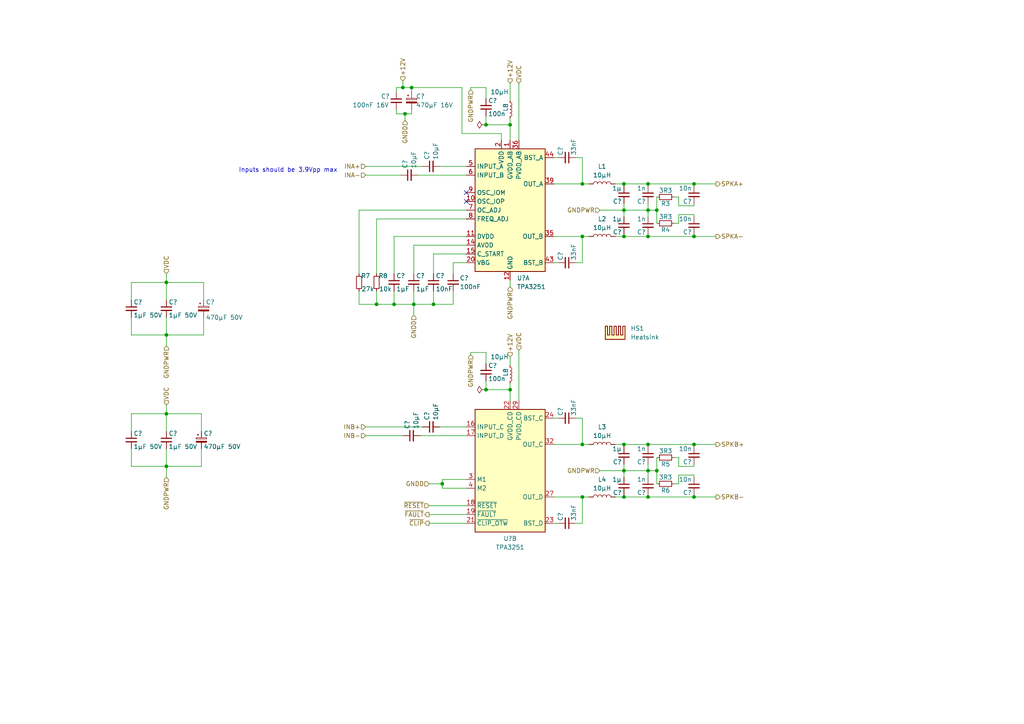
<source format=kicad_sch>
(kicad_sch (version 20230121) (generator eeschema)
  (paper "A4")
  (lib_symbols
    (symbol "Amplifier_Audio:TPA3251"
      (property "Reference" "U" (at -8.89 19.05 0))
      (property "Value" "TPA3251" (at 3.81 19.05 0))
      (symbol "TPA3251_0_1"
        (rectangle (start -10.16 -17.78) (end 10.16 17.78) (stroke (width 0.254)) (fill (type background)))
      )
      (symbol "TPA3251_1_1"
        (pin power_in line (at 0 20.32 270) (length 2.54) (name "GVDD_AB") (number "1"))
        (pin bidirectional line (at -12.7 2.54 0) (length 2.54) (name "OSC_IOP") (number "10"))
        (pin passive line (at -12.7 -7.62 0) (length 2.54) (name "DVDD") (number "11"))
        (pin power_in line (at 0 -20.32 90) (length 2.54) (name "GND") (number "12"))
        (pin passive line (at 0 -20.32 90) (length 2.54) hide (name "GND") (number "13"))
        (pin passive line (at -12.7 -10.16 0) (length 2.54) (name "AVDD") (number "14"))
        (pin passive line (at -12.7 -12.7 0) (length 2.54) (name "C_START") (number "15"))
        (pin power_in line (at -2.54 20.32 270) (length 2.54) (name "VDD") (number "2"))
        (pin passive line (at -12.7 -15.24 0) (length 2.54) (name "VBG") (number "20"))
        (pin passive line (at 0 -20.32 90) (length 2.54) hide (name "GND") (number "25"))
        (pin passive line (at 0 -20.32 90) (length 2.54) hide (name "GND") (number "26"))
        (pin passive line (at 0 -20.32 90) (length 2.54) hide (name "GND") (number "33"))
        (pin passive line (at 0 -20.32 90) (length 2.54) hide (name "GND") (number "34"))
        (pin output line (at 12.7 -7.62 180) (length 2.54) (name "OUT_B") (number "35"))
        (pin power_in line (at 2.54 20.32 270) (length 2.54) (name "PVDD_AB") (number "36"))
        (pin passive line (at 2.54 20.32 270) (length 2.54) hide (name "PVDD_AB") (number "37"))
        (pin passive line (at 2.54 20.32 270) (length 2.54) hide (name "PVDD_AB") (number "38"))
        (pin output line (at 12.7 7.62 180) (length 2.54) (name "OUT_A") (number "39"))
        (pin passive line (at 12.7 7.62 180) (length 2.54) hide (name "OUT_A") (number "40"))
        (pin passive line (at 0 -20.32 90) (length 2.54) hide (name "GND") (number "41"))
        (pin passive line (at 0 -20.32 90) (length 2.54) hide (name "GND") (number "42"))
        (pin passive line (at 12.7 -15.24 180) (length 2.54) (name "BST_B") (number "43"))
        (pin passive line (at 12.7 15.24 180) (length 2.54) (name "BST_A") (number "44"))
        (pin input line (at -12.7 12.7 0) (length 2.54) (name "INPUT_A") (number "5"))
        (pin input line (at -12.7 10.16 0) (length 2.54) (name "INPUT_B") (number "6"))
        (pin passive line (at -12.7 0 0) (length 2.54) (name "OC_ADJ") (number "7"))
        (pin passive line (at -12.7 -2.54 0) (length 2.54) (name "FREQ_ADJ") (number "8"))
        (pin bidirectional line (at -12.7 5.08 0) (length 2.54) (name "OSC_IOM") (number "9"))
      )
      (symbol "TPA3251_2_1"
        (pin input line (at -12.7 12.7 0) (length 2.54) (name "INPUT_C") (number "16"))
        (pin input line (at -12.7 10.16 0) (length 2.54) (name "INPUT_D") (number "17"))
        (pin input line (at -12.7 -10.16 0) (length 2.54) (name "~{RESET}") (number "18"))
        (pin open_collector line (at -12.7 -12.7 0) (length 2.54) (name "~{FAULT}") (number "19"))
        (pin open_collector line (at -12.7 -15.24 0) (length 2.54) (name "~{CLIP_OTW}") (number "21"))
        (pin power_in line (at 0 20.32 270) (length 2.54) (name "GVDD_CD") (number "22"))
        (pin passive line (at 12.7 -15.24 180) (length 2.54) (name "BST_D") (number "23"))
        (pin passive line (at 12.7 15.24 180) (length 2.54) (name "BST_C") (number "24"))
        (pin output line (at 12.7 -7.62 180) (length 2.54) (name "OUT_D") (number "27"))
        (pin passive line (at 12.7 -7.62 180) (length 2.54) hide (name "OUT_D") (number "28"))
        (pin power_in line (at 2.54 20.32 270) (length 2.54) (name "PVDD_CD") (number "29"))
        (pin input line (at -12.7 -2.54 0) (length 2.54) (name "M1") (number "3"))
        (pin passive line (at 2.54 20.32 270) (length 2.54) hide (name "PVDD_CD") (number "30"))
        (pin passive line (at 2.54 20.32 270) (length 2.54) hide (name "PVDD_CD") (number "31"))
        (pin output line (at 12.7 7.62 180) (length 2.54) (name "OUT_C") (number "32"))
        (pin input line (at -12.7 -5.08 0) (length 2.54) (name "M2") (number "4"))
      )
    )
    (symbol "Device:C_Polarized_Small" (pin_numbers hide) (pin_names (offset 0.254) hide)
      (property "Reference" "C" (at 0.254 1.778 0))
      (property "Value" "C_Polarized_Small" (at 0.254 -2.032 0))
      (symbol "C_Polarized_Small_0_1"
        (rectangle (start -1.524 -0.3048) (end 1.524 -0.6858) (fill (type outline)))
        (rectangle (start -1.524 0.6858) (end 1.524 0.3048))
        (polyline (pts (xy -1.27 1.524) (xy -0.762 1.524)))
        (polyline (pts (xy -1.016 1.27) (xy -1.016 1.778)))
      )
      (symbol "C_Polarized_Small_1_1"
        (pin passive line (at 0 2.54 270) (length 1.8542) (name "~") (number "1"))
        (pin passive line (at 0 -2.54 90) (length 1.8542) (name "~") (number "2"))
      )
    )
    (symbol "Device:C_Small" (pin_numbers hide) (pin_names (offset 0.254) hide)
      (property "Reference" "C" (at 0.254 1.778 0))
      (property "Value" "C_Small" (at 0.254 -2.032 0))
      (symbol "C_Small_0_1"
        (polyline (pts (xy -1.524 -0.508) (xy 1.524 -0.508)) (stroke (width 0.3302)))
        (polyline (pts (xy -1.524 0.508) (xy 1.524 0.508)) (stroke (width 0.3048)))
      )
      (symbol "C_Small_1_1"
        (pin passive line (at 0 2.54 270) (length 2.032) (name "~") (number "1"))
        (pin passive line (at 0 -2.54 90) (length 2.032) (name "~") (number "2"))
      )
    )
    (symbol "Device:L" (pin_numbers hide) (pin_names (offset 1.016) hide)
      (property "Reference" "L" (at -1.27 0 90))
      (property "Value" "L" (at 1.905 0 90))
      (symbol "L_0_1"
        (arc (start 0 -2.54) (mid 0.6323 -1.905) (end 0 -1.27))
        (arc (start 0 -1.27) (mid 0.6323 -0.635) (end 0 0))
        (arc (start 0 0) (mid 0.6323 0.635) (end 0 1.27))
        (arc (start 0 1.27) (mid 0.6323 1.905) (end 0 2.54))
      )
      (symbol "L_1_1"
        (pin passive line (at 0 3.81 270) (length 1.27) (name "1") (number "1"))
        (pin passive line (at 0 -3.81 90) (length 1.27) (name "2") (number "2"))
      )
    )
    (symbol "Device:L_Small" (pin_numbers hide) (pin_names (offset 0.254) hide)
      (property "Reference" "L" (at 0.762 1.016 0))
      (property "Value" "L_Small" (at 0.762 -1.016 0))
      (symbol "L_Small_0_1"
        (arc (start 0 -2.032) (mid 0.5058 -1.524) (end 0 -1.016))
        (arc (start 0 -1.016) (mid 0.5058 -0.508) (end 0 0))
        (arc (start 0 0) (mid 0.5058 0.508) (end 0 1.016))
        (arc (start 0 1.016) (mid 0.5058 1.524) (end 0 2.032))
      )
      (symbol "L_Small_1_1"
        (pin passive line (at 0 2.54 270) (length 0.508) (name "~") (number "1"))
        (pin passive line (at 0 -2.54 90) (length 0.508) (name "~") (number "2"))
      )
    )
    (symbol "Device:R_Small" (pin_numbers hide) (pin_names (offset 0.254) hide)
      (property "Reference" "R" (at 0.762 0.508 0))
      (property "Value" "R_Small" (at 0.762 -1.016 0))
      (symbol "R_Small_0_1"
        (rectangle (start -0.762 1.778) (end 0.762 -1.778) (stroke (width 0.2032)))
      )
      (symbol "R_Small_1_1"
        (pin passive line (at 0 2.54 270) (length 0.762) (name "~") (number "1"))
        (pin passive line (at 0 -2.54 90) (length 0.762) (name "~") (number "2"))
      )
    )
    (symbol "Mechanical:Heatsink" (pin_names (offset 1.016))
      (property "Reference" "HS" (at 0 5.08 0))
      (property "Value" "Heatsink" (at 0 -1.27 0))
      (symbol "Heatsink_0_1"
        (polyline (pts (xy -0.3302 1.27) (xy -0.9652 1.27) (xy -0.9652 3.81) (xy -1.6002 3.81) (xy -1.6002 1.27) (xy -2.2352 1.27) (xy -2.2352 3.81) (xy -2.8702 3.81) (xy -2.8702 0) (xy -0.9652 0)) (stroke (width 0.254)) (fill (type background)))
        (polyline (pts (xy -0.3302 1.27) (xy -0.3302 3.81) (xy 0.3048 3.81) (xy 0.3048 1.27) (xy 0.9398 1.27) (xy 0.9398 3.81) (xy 1.5748 3.81) (xy 1.5748 1.27) (xy 2.2098 1.27) (xy 2.2098 3.81) (xy 2.8448 3.81) (xy 2.8448 0) (xy -0.9652 0)) (stroke (width 0.254)) (fill (type background)))
      )
    )
    (symbol "power:PWR_FLAG" (power) (pin_numbers hide) (pin_names (offset 0) hide)
      (property "Value" "PWR_FLAG" (at 0 3.81 0))
      (symbol "PWR_FLAG_0_0"
        (pin power_out line (at 0 0 90) (length 0) (name "pwr") (number "1"))
      )
      (symbol "PWR_FLAG_0_1"
        (polyline (pts (xy 0 0) (xy 0 1.27) (xy -1.016 1.905) (xy 0 2.54) (xy 1.016 1.905) (xy 0 1.27)))
      )
    )
  )
  (junction (at 48.26 120.015))
  (junction (at 48.26 81.915))
  (junction (at 140.97 113.03))
  (junction (at 116.84 25.4))
  (junction (at 128.27 140.335))
  (junction (at 125.73 88.265))
  (junction (at 187.96 128.905))
  (junction (at 190.5 60.96))
  (junction (at 119.38 25.4))
  (junction (at 180.975 136.525))
  (junction (at 168.91 53.34))
  (junction (at 180.975 144.145))
  (junction (at 201.295 53.34))
  (junction (at 180.975 60.96))
  (junction (at 147.955 36.195))
  (junction (at 48.26 97.155))
  (junction (at 140.97 36.195))
  (junction (at 187.96 136.525))
  (junction (at 187.96 53.34))
  (junction (at 187.96 144.145))
  (junction (at 180.975 53.34))
  (junction (at 48.26 135.255))
  (junction (at 201.295 144.145))
  (junction (at 180.975 128.905))
  (junction (at 147.955 113.03))
  (junction (at 168.91 128.905))
  (junction (at 117.475 33.02))
  (junction (at 187.96 60.96))
  (junction (at 109.22 88.265))
  (junction (at 168.91 144.145))
  (junction (at 114.3 88.265))
  (junction (at 201.295 128.905))
  (junction (at 180.975 68.58))
  (junction (at 120.015 88.265))
  (junction (at 201.295 68.58))
  (junction (at 187.96 68.58))
  (junction (at 190.5 136.525))
  (junction (at 168.91 68.58))
  (no_connect (at 135.255 55.88))
  (no_connect (at 135.255 58.42))
  (wire (pts (xy 140.97 113.03) (xy 140.97 110.49)))
  (wire (pts (xy 201.295 59.69) (xy 196.85 59.69)))
  (wire (pts (xy 201.295 144.145) (xy 207.645 144.145)))
  (wire (pts (xy 119.38 26.67) (xy 119.38 25.4)))
  (wire (pts (xy 195.58 132.715) (xy 196.85 132.715)))
  (wire (pts (xy 38.1 81.915) (xy 38.1 86.995)))
  (wire (pts (xy 140.97 28.575) (xy 140.97 25.4)))
  (wire (pts (xy 121.285 50.8) (xy 135.255 50.8)))
  (wire (pts (xy 124.46 149.225) (xy 135.255 149.225)))
  (wire (pts (xy 127.635 123.825) (xy 135.255 123.825)))
  (wire (pts (xy 173.99 60.96) (xy 180.975 60.96)))
  (wire (pts (xy 201.295 128.905) (xy 207.645 128.905)))
  (wire (pts (xy 38.1 130.175) (xy 38.1 135.255)))
  (wire (pts (xy 190.5 136.525) (xy 190.5 140.335)))
  (wire (pts (xy 120.015 84.455) (xy 120.015 88.265)))
  (wire (pts (xy 125.73 88.265) (xy 131.445 88.265)))
  (wire (pts (xy 38.1 92.075) (xy 38.1 97.155)))
  (wire (pts (xy 48.26 130.175) (xy 48.26 135.255)))
  (wire (pts (xy 147.955 111.125) (xy 147.955 113.03)))
  (wire (pts (xy 147.955 113.03) (xy 140.97 113.03)))
  (wire (pts (xy 187.96 136.525) (xy 187.96 138.43)))
  (wire (pts (xy 121.92 126.365) (xy 135.255 126.365)))
  (wire (pts (xy 38.1 135.255) (xy 48.26 135.255)))
  (wire (pts (xy 106.045 48.26) (xy 122.555 48.26)))
  (wire (pts (xy 201.295 137.795) (xy 196.85 137.795)))
  (wire (pts (xy 160.655 128.905) (xy 168.91 128.905)))
  (wire (pts (xy 58.42 130.175) (xy 58.42 135.255)))
  (wire (pts (xy 120.015 71.12) (xy 120.015 79.375)))
  (wire (pts (xy 48.26 81.915) (xy 59.055 81.915)))
  (wire (pts (xy 168.91 68.58) (xy 168.91 76.2)))
  (wire (pts (xy 140.97 105.41) (xy 140.97 102.235)))
  (wire (pts (xy 201.295 135.255) (xy 196.85 135.255)))
  (wire (pts (xy 48.26 135.255) (xy 58.42 135.255)))
  (wire (pts (xy 180.975 60.96) (xy 187.96 60.96)))
  (wire (pts (xy 187.96 134.62) (xy 187.96 136.525)))
  (wire (pts (xy 201.295 128.905) (xy 201.295 129.54)))
  (wire (pts (xy 104.14 84.455) (xy 104.14 88.265)))
  (wire (pts (xy 106.045 126.365) (xy 116.84 126.365)))
  (wire (pts (xy 116.84 25.4) (xy 114.935 25.4)))
  (wire (pts (xy 187.96 144.145) (xy 187.96 143.51)))
  (wire (pts (xy 201.295 53.34) (xy 207.645 53.34)))
  (wire (pts (xy 133.985 38.735) (xy 145.415 38.735)))
  (wire (pts (xy 109.22 88.265) (xy 114.3 88.265)))
  (wire (pts (xy 187.96 60.96) (xy 190.5 60.96)))
  (wire (pts (xy 116.84 25.4) (xy 119.38 25.4)))
  (wire (pts (xy 196.85 135.255) (xy 196.85 132.715)))
  (wire (pts (xy 48.26 120.015) (xy 48.26 125.095)))
  (wire (pts (xy 201.295 143.51) (xy 201.295 144.145)))
  (wire (pts (xy 48.26 117.475) (xy 48.26 120.015)))
  (wire (pts (xy 168.91 144.145) (xy 170.815 144.145)))
  (wire (pts (xy 160.655 53.34) (xy 168.91 53.34)))
  (wire (pts (xy 168.91 128.905) (xy 168.91 121.285)))
  (wire (pts (xy 48.26 97.155) (xy 59.055 97.155)))
  (wire (pts (xy 168.91 76.2) (xy 167.005 76.2)))
  (wire (pts (xy 135.255 71.12) (xy 120.015 71.12)))
  (wire (pts (xy 58.42 120.015) (xy 58.42 125.095)))
  (wire (pts (xy 201.295 68.58) (xy 207.645 68.58)))
  (wire (pts (xy 131.445 76.2) (xy 131.445 79.375)))
  (wire (pts (xy 180.975 53.34) (xy 180.975 53.975)))
  (wire (pts (xy 128.27 139.065) (xy 128.27 140.335)))
  (wire (pts (xy 135.255 73.66) (xy 125.73 73.66)))
  (wire (pts (xy 136.525 25.4) (xy 136.525 26.035)))
  (wire (pts (xy 160.655 76.2) (xy 161.925 76.2)))
  (wire (pts (xy 109.22 63.5) (xy 135.255 63.5)))
  (wire (pts (xy 145.415 38.735) (xy 145.415 40.64)))
  (wire (pts (xy 201.295 68.58) (xy 187.96 68.58)))
  (wire (pts (xy 168.91 121.285) (xy 167.005 121.285)))
  (wire (pts (xy 201.295 144.145) (xy 187.96 144.145)))
  (wire (pts (xy 125.73 84.455) (xy 125.73 88.265)))
  (wire (pts (xy 109.22 63.5) (xy 109.22 79.375)))
  (wire (pts (xy 168.91 53.34) (xy 168.91 45.72)))
  (wire (pts (xy 135.255 139.065) (xy 128.27 139.065)))
  (wire (pts (xy 180.975 68.58) (xy 180.975 67.945)))
  (wire (pts (xy 170.815 53.34) (xy 168.91 53.34)))
  (wire (pts (xy 119.38 25.4) (xy 133.985 25.4)))
  (wire (pts (xy 168.91 144.145) (xy 168.91 151.765)))
  (wire (pts (xy 48.26 120.015) (xy 58.42 120.015)))
  (wire (pts (xy 104.14 60.96) (xy 104.14 79.375)))
  (wire (pts (xy 201.295 62.23) (xy 201.295 62.865)))
  (wire (pts (xy 187.96 60.96) (xy 187.96 62.865)))
  (wire (pts (xy 178.435 144.145) (xy 180.975 144.145)))
  (wire (pts (xy 201.295 135.255) (xy 201.295 134.62)))
  (wire (pts (xy 114.3 68.58) (xy 114.3 79.375)))
  (wire (pts (xy 195.58 140.335) (xy 196.85 140.335)))
  (wire (pts (xy 48.26 81.915) (xy 38.1 81.915)))
  (wire (pts (xy 140.97 25.4) (xy 136.525 25.4)))
  (wire (pts (xy 170.815 128.905) (xy 168.91 128.905)))
  (wire (pts (xy 190.5 136.525) (xy 190.5 132.715)))
  (wire (pts (xy 119.38 31.75) (xy 119.38 33.02)))
  (wire (pts (xy 168.91 68.58) (xy 170.815 68.58)))
  (wire (pts (xy 147.955 34.29) (xy 147.955 36.195)))
  (wire (pts (xy 48.26 92.075) (xy 48.26 97.155)))
  (wire (pts (xy 201.295 137.795) (xy 201.295 138.43)))
  (wire (pts (xy 160.655 121.285) (xy 161.925 121.285)))
  (wire (pts (xy 104.14 60.96) (xy 135.255 60.96)))
  (wire (pts (xy 124.46 146.685) (xy 135.255 146.685)))
  (wire (pts (xy 195.58 57.15) (xy 196.85 57.15)))
  (wire (pts (xy 187.96 59.055) (xy 187.96 60.96)))
  (wire (pts (xy 150.495 24.13) (xy 150.495 40.64)))
  (wire (pts (xy 180.975 68.58) (xy 187.96 68.58)))
  (wire (pts (xy 48.26 120.015) (xy 38.1 120.015)))
  (wire (pts (xy 178.435 53.34) (xy 180.975 53.34)))
  (wire (pts (xy 114.935 26.67) (xy 114.935 25.4)))
  (wire (pts (xy 114.3 84.455) (xy 114.3 88.265)))
  (wire (pts (xy 168.91 45.72) (xy 167.005 45.72)))
  (wire (pts (xy 109.22 84.455) (xy 109.22 88.265)))
  (wire (pts (xy 187.96 136.525) (xy 190.5 136.525)))
  (wire (pts (xy 187.96 128.905) (xy 187.96 129.54)))
  (wire (pts (xy 119.38 33.02) (xy 117.475 33.02)))
  (wire (pts (xy 124.46 151.765) (xy 135.255 151.765)))
  (wire (pts (xy 128.27 140.335) (xy 128.27 141.605)))
  (wire (pts (xy 48.26 97.155) (xy 48.26 100.33)))
  (wire (pts (xy 195.58 64.77) (xy 196.85 64.77)))
  (wire (pts (xy 180.975 59.055) (xy 180.975 60.96)))
  (wire (pts (xy 147.955 24.13) (xy 147.955 29.21)))
  (wire (pts (xy 187.96 128.905) (xy 201.295 128.905)))
  (wire (pts (xy 38.1 97.155) (xy 48.26 97.155)))
  (wire (pts (xy 160.655 68.58) (xy 168.91 68.58)))
  (wire (pts (xy 201.295 62.23) (xy 196.85 62.23)))
  (wire (pts (xy 48.26 81.915) (xy 48.26 86.995)))
  (wire (pts (xy 117.475 33.02) (xy 114.935 33.02)))
  (wire (pts (xy 180.975 60.96) (xy 180.975 62.865)))
  (wire (pts (xy 124.46 140.335) (xy 128.27 140.335)))
  (wire (pts (xy 180.975 128.905) (xy 187.96 128.905)))
  (wire (pts (xy 196.85 59.69) (xy 196.85 57.15)))
  (wire (pts (xy 114.3 88.265) (xy 120.015 88.265)))
  (wire (pts (xy 187.96 53.34) (xy 187.96 53.975)))
  (wire (pts (xy 160.655 144.145) (xy 168.91 144.145)))
  (wire (pts (xy 180.975 53.34) (xy 187.96 53.34)))
  (wire (pts (xy 168.91 151.765) (xy 167.005 151.765)))
  (wire (pts (xy 128.27 141.605) (xy 135.255 141.605)))
  (wire (pts (xy 140.97 102.235) (xy 136.525 102.235)))
  (wire (pts (xy 178.435 128.905) (xy 180.975 128.905)))
  (wire (pts (xy 120.015 88.265) (xy 125.73 88.265)))
  (wire (pts (xy 117.475 33.02) (xy 117.475 34.925)))
  (wire (pts (xy 147.955 116.205) (xy 147.955 113.03)))
  (wire (pts (xy 135.255 68.58) (xy 114.3 68.58)))
  (wire (pts (xy 147.955 36.195) (xy 140.97 36.195)))
  (wire (pts (xy 106.045 123.825) (xy 122.555 123.825)))
  (wire (pts (xy 180.975 136.525) (xy 187.96 136.525)))
  (wire (pts (xy 127.635 48.26) (xy 135.255 48.26)))
  (wire (pts (xy 116.84 23.495) (xy 116.84 25.4)))
  (wire (pts (xy 180.975 134.62) (xy 180.975 136.525)))
  (wire (pts (xy 160.655 151.765) (xy 161.925 151.765)))
  (wire (pts (xy 120.015 88.265) (xy 120.015 91.44)))
  (wire (pts (xy 135.255 76.2) (xy 131.445 76.2)))
  (wire (pts (xy 180.975 144.145) (xy 180.975 143.51)))
  (wire (pts (xy 133.985 38.735) (xy 133.985 25.4)))
  (wire (pts (xy 38.1 120.015) (xy 38.1 125.095)))
  (wire (pts (xy 140.97 36.195) (xy 140.97 33.655)))
  (wire (pts (xy 104.14 88.265) (xy 109.22 88.265)))
  (wire (pts (xy 178.435 68.58) (xy 180.975 68.58)))
  (wire (pts (xy 147.955 36.195) (xy 147.955 40.64)))
  (wire (pts (xy 59.055 92.075) (xy 59.055 97.155)))
  (wire (pts (xy 48.26 79.375) (xy 48.26 81.915)))
  (wire (pts (xy 201.295 59.69) (xy 201.295 59.055)))
  (wire (pts (xy 196.85 62.23) (xy 196.85 64.77)))
  (wire (pts (xy 201.295 53.34) (xy 201.295 53.975)))
  (wire (pts (xy 173.99 136.525) (xy 180.975 136.525)))
  (wire (pts (xy 150.495 101.6) (xy 150.495 116.205)))
  (wire (pts (xy 136.525 102.235) (xy 136.525 102.87)))
  (wire (pts (xy 180.975 144.145) (xy 187.96 144.145)))
  (wire (pts (xy 48.26 135.255) (xy 48.26 138.43)))
  (wire (pts (xy 106.045 50.8) (xy 116.205 50.8)))
  (wire (pts (xy 180.975 128.905) (xy 180.975 129.54)))
  (wire (pts (xy 114.935 33.02) (xy 114.935 31.75)))
  (wire (pts (xy 160.655 45.72) (xy 161.925 45.72)))
  (wire (pts (xy 196.85 137.795) (xy 196.85 140.335)))
  (wire (pts (xy 201.295 67.945) (xy 201.295 68.58)))
  (wire (pts (xy 187.96 68.58) (xy 187.96 67.945)))
  (wire (pts (xy 180.975 136.525) (xy 180.975 138.43)))
  (wire (pts (xy 131.445 88.265) (xy 131.445 84.455)))
  (wire (pts (xy 190.5 60.96) (xy 190.5 64.77)))
  (wire (pts (xy 190.5 60.96) (xy 190.5 57.15)))
  (wire (pts (xy 59.055 81.915) (xy 59.055 86.995)))
  (wire (pts (xy 147.955 103.505) (xy 147.955 106.045)))
  (wire (pts (xy 125.73 73.66) (xy 125.73 79.375)))
  (wire (pts (xy 147.955 81.28) (xy 147.955 83.185)))
  (wire (pts (xy 187.96 53.34) (xy 201.295 53.34)))
  (text "Inputs should be 3.9Vpp max" (at 69.215 50.165 0) (effects (font (size 1.27 1.27)) (justify left bottom)))
  (hierarchical_label "SPKB+" (shape output) (at 207.645 128.905 0))
  (hierarchical_label "INA-" (shape input) (at 106.045 50.8 180))
  (hierarchical_label "VDC" (shape input) (at 48.26 79.375 90))
  (hierarchical_label "GNDPWR" (shape input) (at 147.955 83.185 270))
  (hierarchical_label "SPKA+" (shape output) (at 207.645 53.34 0))
  (hierarchical_label "GNDD" (shape input) (at 124.46 140.335 180))
  (hierarchical_label "GNDPWR" (shape input) (at 136.525 102.87 270))
  (hierarchical_label "INA+" (shape input) (at 106.045 48.26 180))
  (hierarchical_label "VDC" (shape input) (at 150.495 24.13 90))
  (hierarchical_label "SPKB-" (shape output) (at 207.645 144.145 0))
  (hierarchical_label "GNDPWR" (shape input) (at 48.26 138.43 270))
  (hierarchical_label "GNDPWR" (shape input) (at 173.99 60.96 180))
  (hierarchical_label "VDC" (shape input) (at 48.26 117.475 90))
  (hierarchical_label "GNDD" (shape input) (at 117.475 34.925 270))
  (hierarchical_label "~{RESET}" (shape input) (at 124.46 146.685 180))
  (hierarchical_label "GNDPWR" (shape input) (at 48.26 100.33 270))
  (hierarchical_label "+12V" (shape input) (at 116.84 23.495 90))
  (hierarchical_label "GNDPWR" (shape input) (at 173.99 136.525 180))
  (hierarchical_label "~{CLIP}" (shape output) (at 124.46 151.765 180))
  (hierarchical_label "+12V" (shape input) (at 147.955 103.505 90))
  (hierarchical_label "VDC" (shape input) (at 150.495 101.6 90))
  (hierarchical_label "INB+" (shape input) (at 106.045 123.825 180))
  (hierarchical_label "+12V" (shape input) (at 147.955 24.13 90))
  (hierarchical_label "~{FAULT}" (shape output) (at 124.46 149.225 180))
  (hierarchical_label "SPKA-" (shape output) (at 207.645 68.58 0))
  (hierarchical_label "GNDPWR" (shape input) (at 136.525 26.035 270))
  (hierarchical_label "INB-" (shape input) (at 106.045 126.365 180))
  (hierarchical_label "GNDD" (shape input) (at 120.015 91.44 270))
  (symbol (lib_id "Device:C_Small") (at 119.38 126.365 90) (unit 1)
    (property "Reference" "C?" (at 118.11 124.46 0) (effects (justify left)))
    (property "Value" "10µF" (at 120.65 124.46 0) (effects (justify left)))
    (property "Footprint" "Capacitor_SMD:CP_Elec_4x5.4" (effects hide))
    (property "DK" "732-8341-1-ND" (effects hide))
    (instances (project "AmplifierBoard" (path "" (reference "C?") (unit 1)) (path "" (reference "C34") (unit 1))))
  )
  (symbol (lib_id "Device:L_Small") (at 147.955 108.585 0) (unit 1)
    (property "Reference" "L8" (at 146.685 109.22 90) (effects (justify left)))
    (property "Value" "10µH" (at 142.24 103.505 0) (effects (justify left)))
    (property "Footprint" "Inductor_SMD:L_0805_2012Metric_Pad1.15x1.40mm_HandSolder" (effects hide))
    (property "LCSC" "C1046" (effects hide))
    (instances (project "AmplifierBoard" (path "" (reference "L8") (unit 1)) (path "" (reference "L19") (unit 1))))
  )
  (symbol (lib_id "Device:C_Small") (at 201.295 65.405 0) (unit 1)
    (property "Reference" "C?" (at 200.66 67.31 0) (effects (justify right)))
    (property "Value" "10n" (at 200.66 63.5 0) (effects (justify right)))
    (property "Footprint" "Capacitor_THT:C_Rect_L7.2mm_W2.5mm_P5.00mm_FKS2_FKP2_MKS2_MKP2" (effects hide))
    (property "DK" "495-2475-2-ND" (effects hide))
    (instances (project "AmplifierBoard" (path "" (reference "C?") (unit 1)) (path "" (reference "C21") (unit 1))))
  )
  (symbol (lib_id "Device:C_Small") (at 164.465 76.2 270) (unit 1)
    (property "Reference" "C?" (at 162.56 75.565 0) (effects (justify right)))
    (property "Value" "33nF" (at 166.37 75.565 0) (effects (justify right)))
    (property "Footprint" "Capacitor_THT:C_Rect_L7.2mm_W2.5mm_P5.00mm_FKS2_FKP2_MKS2_MKP2" (effects hide))
    (property "DK" "399-18615-ND" (effects hide))
    (instances (project "AmplifierBoard" (path "" (reference "C?") (unit 1)) (path "" (reference "C16") (unit 1))))
  )
  (symbol (lib_id "Device:R_Small") (at 109.22 81.915 180) (unit 1)
    (property "Reference" "R8" (at 111.125 80.01 0))
    (property "Value" "10k" (at 111.76 83.82 0))
    (property "Footprint" "Resistor_SMD:R_0603_1608Metric_Pad0.98x0.95mm_HandSolder" (effects hide))
    (property "LCSC" "C25804" (effects hide))
  )
  (symbol (lib_id "Device:C_Small") (at 201.295 140.97 0) (unit 1)
    (property "Reference" "C?" (at 200.66 142.875 0) (effects (justify right)))
    (property "Value" "10n" (at 200.66 139.065 0) (effects (justify right)))
    (property "Footprint" "Capacitor_THT:C_Rect_L7.2mm_W2.5mm_P5.00mm_FKS2_FKP2_MKS2_MKP2" (effects hide))
    (property "DK" "495-2475-2-ND" (effects hide))
    (instances (project "AmplifierBoard" (path "" (reference "C?") (unit 1)) (path "" (reference "C30") (unit 1))))
  )
  (symbol (lib_id "Device:C_Polarized_Small") (at 119.38 29.21 0) (unit 1)
    (property "Reference" "C?" (at 120.65 27.94 0) (effects (justify left)))
    (property "Value" "470µF 16V" (at 120.65 30.48 0) (effects (justify left)))
    (property "Footprint" "Capacitor_SMD:CP_Elec_10x10.5" (effects hide))
    (property "DK" "493-2280-1-ND" (effects hide))
    (instances (project "AmplifierBoard" (path "" (reference "C?") (unit 1)) (path "" (reference "C11") (unit 1))))
  )
  (symbol (lib_id "Device:C_Small") (at 114.3 81.915 0) (unit 1)
    (property "Reference" "C?" (at 114.935 80.01 0) (effects (justify left)))
    (property "Value" "1µF" (at 114.935 83.82 0) (effects (justify left)))
    (property "Footprint" "Capacitor_SMD:C_0805_2012Metric_Pad1.18x1.45mm_HandSolder" (effects hide))
    (instances (project "AmplifierBoard" (path "" (reference "C?") (unit 1)) (path "" (reference "C7") (unit 1))))
  )
  (symbol (lib_id "Device:C_Small") (at 187.96 56.515 0) (unit 1)
    (property "Reference" "C?" (at 187.325 58.42 0) (effects (justify right)))
    (property "Value" "1n" (at 187.325 54.61 0) (effects (justify right)))
    (property "Footprint" "Capacitor_THT:C_Rect_L7.2mm_W2.5mm_P5.00mm_FKS2_FKP2_MKS2_MKP2" (effects hide))
    (property "DK" "399-5448-1-ND" (effects hide))
    (instances (project "AmplifierBoard" (path "" (reference "C?") (unit 1)) (path "" (reference "C19") (unit 1))))
  )
  (symbol (lib_id "Device:C_Small") (at 180.975 56.515 0) (unit 1)
    (property "Reference" "C?" (at 180.34 58.42 0) (effects (justify right)))
    (property "Value" "1µ" (at 180.34 54.61 0) (effects (justify right)))
    (property "Footprint" "Capacitor_THT:C_Rect_L10.3mm_W5.0mm_P7.50mm_MKS4" (effects hide))
    (property "DK" "399-13466-ND" (effects hide))
    (instances (project "AmplifierBoard" (path "" (reference "C?") (unit 1)) (path "" (reference "C17") (unit 1))))
  )
  (symbol (lib_id "Device:R_Small") (at 193.04 57.15 90) (unit 1)
    (property "Reference" "R3" (at 193.04 59.055 90))
    (property "Value" "3R3" (at 193.04 55.245 90))
    (property "Footprint" "Resistor_SMD:R_1206_3216Metric_Pad1.30x1.75mm_HandSolder" (effects hide))
    (property "DK" "RMCF1206JT3R30CT-ND" (effects hide))
  )
  (symbol (lib_id "Device:C_Small") (at 131.445 81.915 0) (unit 1)
    (property "Reference" "C?" (at 133.35 80.645 0) (effects (justify left)))
    (property "Value" "100nF" (at 133.35 83.185 0) (effects (justify left)))
    (property "Footprint" "Capacitor_SMD:C_0805_2012Metric_Pad1.18x1.45mm_HandSolder" (effects hide))
    (instances (project "AmplifierBoard" (path "" (reference "C?") (unit 1)) (path "" (reference "C10") (unit 1))))
  )
  (symbol (lib_id "Mechanical:Heatsink") (at 178.435 98.425 0) (unit 1)
    (property "Reference" "HS1" (at 182.88 95.25 0) (effects (justify left)))
    (property "Value" "Heatsink" (at 182.88 97.79 0) (effects (justify left)))
    (property "Footprint" "CustomParts:ATS-CPX045045010-197-C1-R0" (effects hide))
  )
  (symbol (lib_id "Device:L_Small") (at 147.955 31.75 0) (unit 1)
    (property "Reference" "L8" (at 146.685 32.385 90) (effects (justify left)))
    (property "Value" "10µH" (at 142.24 26.67 0) (effects (justify left)))
    (property "Footprint" "Inductor_SMD:L_0805_2012Metric_Pad1.15x1.40mm_HandSolder" (effects hide))
    (property "LCSC" "C1046" (effects hide))
    (instances (project "AmplifierBoard" (path "" (reference "L8") (unit 1)) (path "" (reference "L17") (unit 1))))
  )
  (symbol (lib_id "Device:C_Small") (at 164.465 151.765 270) (unit 1)
    (property "Reference" "C?" (at 162.56 151.13 0) (effects (justify right)))
    (property "Value" "33nF" (at 166.37 151.13 0) (effects (justify right)))
    (property "Footprint" "Capacitor_THT:C_Rect_L7.2mm_W2.5mm_P5.00mm_FKS2_FKP2_MKS2_MKP2" (effects hide))
    (instances (project "AmplifierBoard" (path "" (reference "C?") (unit 1)) (path "" (reference "C24") (unit 1))))
  )
  (symbol (lib_id "Device:C_Small") (at 140.97 107.95 180) (unit 1)
    (property "Reference" "C?" (at 141.605 106.045 0) (effects (justify right)))
    (property "Value" "100n" (at 141.605 109.855 0) (effects (justify right)))
    (property "Footprint" "Capacitor_SMD:C_0805_2012Metric_Pad1.18x1.45mm_HandSolder" (effects hide))
    (instances (project "AmplifierBoard" (path "" (reference "C?") (unit 1)) (path "" (reference "C13") (unit 1))))
  )
  (symbol (lib_id "power:PWR_FLAG") (at 140.97 113.03 90) (unit 1)
    (property "Reference" "#FLG017" (effects hide))
    (property "Value" "PWR_FLAG" (effects hide))
  )
  (symbol (lib_id "Device:C_Polarized_Small") (at 59.055 89.535 0) (unit 1)
    (property "Reference" "C?" (at 59.69 87.63 0) (effects (justify left)))
    (property "Value" "470µF 50V" (at 59.69 92.075 0) (effects (justify left)))
    (property "Footprint" "Capacitor_SMD:CP_Elec_16x17.5" (effects hide))
    (property "DK" "493-UCD1H471MNJ1MSCT-ND" (effects hide))
    (instances (project "AmplifierBoard" (path "" (reference "C?") (unit 1)) (path "" (reference "C3") (unit 1))))
  )
  (symbol (lib_id "Device:R_Small") (at 104.14 81.915 180) (unit 1)
    (property "Reference" "R7" (at 106.045 80.01 0))
    (property "Value" "27k" (at 106.68 83.82 0))
    (property "Footprint" "Resistor_SMD:R_0603_1608Metric_Pad0.98x0.95mm_HandSolder" (effects hide))
    (property "LCSC" "C31850" (effects hide))
  )
  (symbol (lib_id "power:PWR_FLAG") (at 140.97 36.195 90) (unit 1)
    (property "Reference" "#FLG09" (effects hide))
    (property "Value" "PWR_FLAG" (effects hide))
  )
  (symbol (lib_id "Device:C_Small") (at 201.295 56.515 0) (unit 1)
    (property "Reference" "C?" (at 200.66 58.42 0) (effects (justify right)))
    (property "Value" "10n" (at 200.66 54.61 0) (effects (justify right)))
    (property "Footprint" "Capacitor_THT:C_Rect_L7.2mm_W2.5mm_P5.00mm_FKS2_FKP2_MKS2_MKP2" (effects hide))
    (property "DK" "495-2475-2-ND" (effects hide))
    (instances (project "AmplifierBoard" (path "" (reference "C?") (unit 1)) (path "" (reference "C22") (unit 1))))
  )
  (symbol (lib_id "Amplifier_Audio:TPA3251") (at 147.955 136.525 0) (unit 2)
    (property "Reference" "U?" (at 147.955 156.21 0))
    (property "Value" "TPA3251" (at 147.955 158.75 0))
    (property "Footprint" "Package_SO:HTSSOP-44_6.1x14mm_P0.635mm_TopEP4.14x7.01mm" (effects hide))
    (property "Datasheet" "http://www.ti.com/lit/ds/symlink/tpa3251.pdf" (effects hide))
    (instances (project "AmplifierBoard" (path "" (reference "U?") (unit 2)) (path "" (reference "U1") (unit 2))))
  )
  (symbol (lib_id "Device:C_Small") (at 125.095 48.26 90) (unit 1)
    (property "Reference" "C?" (at 123.825 46.355 0) (effects (justify left)))
    (property "Value" "10µF" (at 126.365 46.355 0) (effects (justify left)))
    (property "Footprint" "Capacitor_SMD:CP_Elec_4x5.4" (effects hide))
    (property "DK" "732-8341-1-ND" (effects hide))
    (instances (project "AmplifierBoard" (path "" (reference "C?") (unit 1)) (path "" (reference "C31") (unit 1))))
  )
  (symbol (lib_id "Device:C_Small") (at 201.295 132.08 0) (unit 1)
    (property "Reference" "C?" (at 200.66 133.985 0) (effects (justify right)))
    (property "Value" "10n" (at 200.66 130.175 0) (effects (justify right)))
    (property "Footprint" "Capacitor_THT:C_Rect_L7.2mm_W2.5mm_P5.00mm_FKS2_FKP2_MKS2_MKP2" (effects hide))
    (property "DK" "495-2475-2-ND" (effects hide))
    (instances (project "AmplifierBoard" (path "" (reference "C?") (unit 1)) (path "" (reference "C29") (unit 1))))
  )
  (symbol (lib_id "Device:L") (at 174.625 68.58 90) (unit 1)
    (property "Reference" "L2" (at 174.625 63.5 90))
    (property "Value" "10µH" (at 174.625 66.04 90))
    (property "Footprint" "Inductor_SMD:L_12x12mm_H4.5mm" (effects hide))
    (property "DK" "308-2494-1-ND" (effects hide))
  )
  (symbol (lib_id "Device:C_Small") (at 125.73 81.915 0) (unit 1)
    (property "Reference" "C?" (at 126.365 80.01 0) (effects (justify left)))
    (property "Value" "10nF" (at 126.365 83.82 0) (effects (justify left)))
    (property "Footprint" "Capacitor_SMD:C_0805_2012Metric_Pad1.18x1.45mm_HandSolder" (effects hide))
    (instances (project "AmplifierBoard" (path "" (reference "C?") (unit 1)) (path "" (reference "C9") (unit 1))))
  )
  (symbol (lib_id "Device:C_Small") (at 164.465 121.285 270) (unit 1)
    (property "Reference" "C?" (at 162.56 120.65 0) (effects (justify right)))
    (property "Value" "33nF" (at 166.37 120.65 0) (effects (justify right)))
    (property "Footprint" "Capacitor_THT:C_Rect_L7.2mm_W2.5mm_P5.00mm_FKS2_FKP2_MKS2_MKP2" (effects hide))
    (instances (project "AmplifierBoard" (path "" (reference "C?") (unit 1)) (path "" (reference "C23") (unit 1))))
  )
  (symbol (lib_id "Device:C_Small") (at 187.96 140.97 0) (unit 1)
    (property "Reference" "C?" (at 187.325 142.875 0) (effects (justify right)))
    (property "Value" "1n" (at 187.325 139.065 0) (effects (justify right)))
    (property "Footprint" "Capacitor_THT:C_Rect_L7.2mm_W2.5mm_P5.00mm_FKS2_FKP2_MKS2_MKP2" (effects hide))
    (property "DK" "399-5448-1-ND" (effects hide))
    (instances (project "AmplifierBoard" (path "" (reference "C?") (unit 1)) (path "" (reference "C28") (unit 1))))
  )
  (symbol (lib_id "Device:C_Small") (at 164.465 45.72 270) (unit 1)
    (property "Reference" "C?" (at 162.56 45.085 0) (effects (justify right)))
    (property "Value" "33nF" (at 166.37 45.085 0) (effects (justify right)))
    (property "Footprint" "Capacitor_THT:C_Rect_L7.2mm_W2.5mm_P5.00mm_FKS2_FKP2_MKS2_MKP2" (effects hide))
    (property "DK" "399-18615-ND" (effects hide))
    (instances (project "AmplifierBoard" (path "" (reference "C?") (unit 1)) (path "" (reference "C15") (unit 1))))
  )
  (symbol (lib_id "Device:C_Small") (at 125.095 123.825 90) (unit 1)
    (property "Reference" "C?" (at 123.825 121.92 0) (effects (justify left)))
    (property "Value" "10µF" (at 126.365 121.92 0) (effects (justify left)))
    (property "Footprint" "Capacitor_SMD:CP_Elec_4x5.4" (effects hide))
    (property "DK" "732-8341-1-ND" (effects hide))
    (instances (project "AmplifierBoard" (path "" (reference "C?") (unit 1)) (path "" (reference "C33") (unit 1))))
  )
  (symbol (lib_id "Device:C_Small") (at 140.97 31.115 180) (unit 1)
    (property "Reference" "C?" (at 141.605 29.21 0) (effects (justify right)))
    (property "Value" "100n" (at 141.605 33.02 0) (effects (justify right)))
    (property "Footprint" "Capacitor_SMD:C_0805_2012Metric_Pad1.18x1.45mm_HandSolder" (effects hide))
    (instances (project "AmplifierBoard" (path "" (reference "C?") (unit 1)) (path "" (reference "C12") (unit 1))))
  )
  (symbol (lib_id "Device:C_Small") (at 187.96 65.405 0) (unit 1)
    (property "Reference" "C?" (at 187.325 67.31 0) (effects (justify right)))
    (property "Value" "1n" (at 187.325 63.5 0) (effects (justify right)))
    (property "Footprint" "Capacitor_THT:C_Rect_L7.2mm_W2.5mm_P5.00mm_FKS2_FKP2_MKS2_MKP2" (effects hide))
    (property "DK" "399-5448-1-ND" (effects hide))
    (instances (project "AmplifierBoard" (path "" (reference "C?") (unit 1)) (path "" (reference "C20") (unit 1))))
  )
  (symbol (lib_id "Device:L") (at 174.625 128.905 90) (unit 1)
    (property "Reference" "L3" (at 174.625 123.825 90))
    (property "Value" "10µH" (at 174.625 126.365 90))
    (property "Footprint" "Inductor_SMD:L_12x12mm_H4.5mm" (effects hide))
    (property "DK" "308-2494-1-ND" (effects hide))
  )
  (symbol (lib_id "Amplifier_Audio:TPA3251") (at 147.955 60.96 0) (unit 1)
    (property "Reference" "U?" (at 149.9109 80.645 0) (effects (justify left)))
    (property "Value" "TPA3251" (at 149.9109 83.185 0) (effects (justify left)))
    (property "Footprint" "Package_SO:HTSSOP-44_6.1x14mm_P0.635mm_TopEP4.14x7.01mm" (effects hide))
    (property "Datasheet" "http://www.ti.com/lit/ds/symlink/tpa3251.pdf" (effects hide))
    (instances (project "AmplifierBoard" (path "" (reference "U?") (unit 1)) (path "" (reference "U1") (unit 1))))
  )
  (symbol (lib_id "Device:C_Small") (at 38.1 127.635 0) (unit 1)
    (property "Reference" "C?" (at 38.735 125.73 0) (effects (justify left)))
    (property "Value" "1µF 50V" (at 38.735 129.54 0) (effects (justify left)))
    (property "Footprint" "Capacitor_SMD:C_0805_2012Metric_Pad1.18x1.45mm_HandSolder" (effects hide))
    (instances (project "AmplifierBoard" (path "" (reference "C?") (unit 1)) (path "" (reference "C4") (unit 1))))
  )
  (symbol (lib_id "Device:C_Small") (at 114.935 29.21 0) (unit 1)
    (property "Reference" "C?" (at 110.49 27.94 0) (effects (justify left)))
    (property "Value" "100nF 16V" (at 102.235 30.48 0) (effects (justify left)))
    (property "Footprint" "Capacitor_SMD:C_0805_2012Metric_Pad1.18x1.45mm_HandSolder" (effects hide))
    (instances (project "AmplifierBoard" (path "" (reference "C?") (unit 1)) (path "" (reference "C14") (unit 1))))
  )
  (symbol (lib_id "Device:C_Small") (at 48.26 89.535 0) (unit 1)
    (property "Reference" "C?" (at 48.895 87.63 0) (effects (justify left)))
    (property "Value" "1µF 50V" (at 48.895 91.44 0) (effects (justify left)))
    (property "Footprint" "Capacitor_SMD:C_0805_2012Metric_Pad1.18x1.45mm_HandSolder" (effects hide))
    (instances (project "AmplifierBoard" (path "" (reference "C?") (unit 1)) (path "" (reference "C2") (unit 1))))
  )
  (symbol (lib_id "Device:C_Polarized_Small") (at 58.42 127.635 0) (unit 1)
    (property "Reference" "C?" (at 59.055 125.73 0) (effects (justify left)))
    (property "Value" "470µF 50V" (at 59.055 129.54 0) (effects (justify left)))
    (property "Footprint" "Capacitor_SMD:CP_Elec_16x17.5" (effects hide))
    (property "DK" "493-UCD1H471MNJ1MSCT-ND" (effects hide))
    (instances (project "AmplifierBoard" (path "" (reference "C?") (unit 1)) (path "" (reference "C6") (unit 1))))
  )
  (symbol (lib_id "Device:C_Small") (at 180.975 65.405 0) (unit 1)
    (property "Reference" "C?" (at 180.34 67.31 0) (effects (justify right)))
    (property "Value" "1µ" (at 180.34 63.5 0) (effects (justify right)))
    (property "Footprint" "Capacitor_THT:C_Rect_L10.3mm_W5.0mm_P7.50mm_MKS4" (effects hide))
    (property "DK" "399-13466-ND" (effects hide))
    (instances (project "AmplifierBoard" (path "" (reference "C?") (unit 1)) (path "" (reference "C18") (unit 1))))
  )
  (symbol (lib_id "Device:C_Small") (at 180.975 132.08 0) (unit 1)
    (property "Reference" "C?" (at 180.34 133.985 0) (effects (justify right)))
    (property "Value" "1µ" (at 180.34 130.175 0) (effects (justify right)))
    (property "Footprint" "Capacitor_THT:C_Rect_L10.3mm_W5.0mm_P7.50mm_MKS4" (effects hide))
    (property "DK" "399-13466-ND" (effects hide))
    (instances (project "AmplifierBoard" (path "" (reference "C?") (unit 1)) (path "" (reference "C25") (unit 1))))
  )
  (symbol (lib_id "Device:C_Small") (at 120.015 81.915 0) (unit 1)
    (property "Reference" "C?" (at 120.65 80.01 0) (effects (justify left)))
    (property "Value" "1µF" (at 120.65 83.82 0) (effects (justify left)))
    (property "Footprint" "Capacitor_SMD:C_0805_2012Metric_Pad1.18x1.45mm_HandSolder" (effects hide))
    (instances (project "AmplifierBoard" (path "" (reference "C?") (unit 1)) (path "" (reference "C8") (unit 1))))
  )
  (symbol (lib_id "Device:C_Small") (at 187.96 132.08 0) (unit 1)
    (property "Reference" "C?" (at 187.325 133.985 0) (effects (justify right)))
    (property "Value" "1n" (at 187.325 130.175 0) (effects (justify right)))
    (property "Footprint" "Capacitor_THT:C_Rect_L7.2mm_W2.5mm_P5.00mm_FKS2_FKP2_MKS2_MKP2" (effects hide))
    (property "DK" "399-5448-1-ND" (effects hide))
    (instances (project "AmplifierBoard" (path "" (reference "C?") (unit 1)) (path "" (reference "C27") (unit 1))))
  )
  (symbol (lib_id "Device:C_Small") (at 48.26 127.635 0) (unit 1)
    (property "Reference" "C?" (at 48.895 125.73 0) (effects (justify left)))
    (property "Value" "1µF 50V" (at 48.895 129.54 0) (effects (justify left)))
    (property "Footprint" "Capacitor_SMD:C_0805_2012Metric_Pad1.18x1.45mm_HandSolder" (effects hide))
    (instances (project "AmplifierBoard" (path "" (reference "C?") (unit 1)) (path "" (reference "C5") (unit 1))))
  )
  (symbol (lib_id "Device:C_Small") (at 118.745 50.8 90) (unit 1)
    (property "Reference" "C?" (at 117.475 48.895 0) (effects (justify left)))
    (property "Value" "10µF" (at 120.015 48.895 0) (effects (justify left)))
    (property "Footprint" "Capacitor_SMD:CP_Elec_4x5.4" (effects hide))
    (property "DK" "732-8341-1-ND" (effects hide))
    (instances (project "AmplifierBoard" (path "" (reference "C?") (unit 1)) (path "" (reference "C32") (unit 1))))
  )
  (symbol (lib_id "Device:R_Small") (at 193.04 64.77 90) (unit 1)
    (property "Reference" "R4" (at 193.04 66.675 90))
    (property "Value" "3R3" (at 193.04 62.865 90))
    (property "Footprint" "Resistor_SMD:R_1206_3216Metric_Pad1.30x1.75mm_HandSolder" (effects hide))
    (property "DK" "RMCF1206JT3R30CT-ND" (effects hide))
  )
  (symbol (lib_id "Device:C_Small") (at 180.975 140.97 0) (unit 1)
    (property "Reference" "C?" (at 180.34 142.875 0) (effects (justify right)))
    (property "Value" "1µ" (at 180.34 139.065 0) (effects (justify right)))
    (property "Footprint" "Capacitor_THT:C_Rect_L10.3mm_W5.0mm_P7.50mm_MKS4" (effects hide))
    (property "DK" "399-13466-ND" (effects hide))
    (instances (project "AmplifierBoard" (path "" (reference "C?") (unit 1)) (path "" (reference "C26") (unit 1))))
  )
  (symbol (lib_id "Device:L") (at 174.625 144.145 90) (unit 1)
    (property "Reference" "L4" (at 174.625 139.065 90))
    (property "Value" "10µH" (at 174.625 141.605 90))
    (property "Footprint" "Inductor_SMD:L_12x12mm_H4.5mm" (effects hide))
    (property "DK" "308-2494-1-ND" (effects hide))
  )
  (symbol (lib_id "Device:L") (at 174.625 53.34 90) (unit 1)
    (property "Reference" "L1" (at 174.625 48.26 90))
    (property "Value" "10µH" (at 174.625 50.8 90))
    (property "Footprint" "Inductor_SMD:L_12x12mm_H4.5mm" (effects hide))
    (property "DK" "308-2494-1-ND" (effects hide))
  )
  (symbol (lib_id "Device:R_Small") (at 193.04 140.335 90) (unit 1)
    (property "Reference" "R6" (at 193.04 142.24 90))
    (property "Value" "3R3" (at 193.04 138.43 90))
    (property "Footprint" "Resistor_SMD:R_1206_3216Metric_Pad1.30x1.75mm_HandSolder" (effects hide))
    (property "DK" "RMCF1206JT3R30CT-ND" (effects hide))
  )
  (symbol (lib_id "Device:C_Small") (at 38.1 89.535 0) (unit 1)
    (property "Reference" "C?" (at 38.735 87.63 0) (effects (justify left)))
    (property "Value" "1µF 50V" (at 38.735 91.44 0) (effects (justify left)))
    (property "Footprint" "Capacitor_SMD:C_0805_2012Metric_Pad1.18x1.45mm_HandSolder" (effects hide))
    (instances (project "AmplifierBoard" (path "" (reference "C?") (unit 1)) (path "" (reference "C1") (unit 1))))
  )
  (symbol (lib_id "Device:R_Small") (at 193.04 132.715 90) (unit 1)
    (property "Reference" "R5" (at 193.04 134.62 90))
    (property "Value" "3R3" (at 193.04 130.81 90))
    (property "Footprint" "Resistor_SMD:R_1206_3216Metric_Pad1.30x1.75mm_HandSolder" (effects hide))
    (property "DK" "RMCF1206JT3R30CT-ND" (effects hide))
  )
)
</source>
